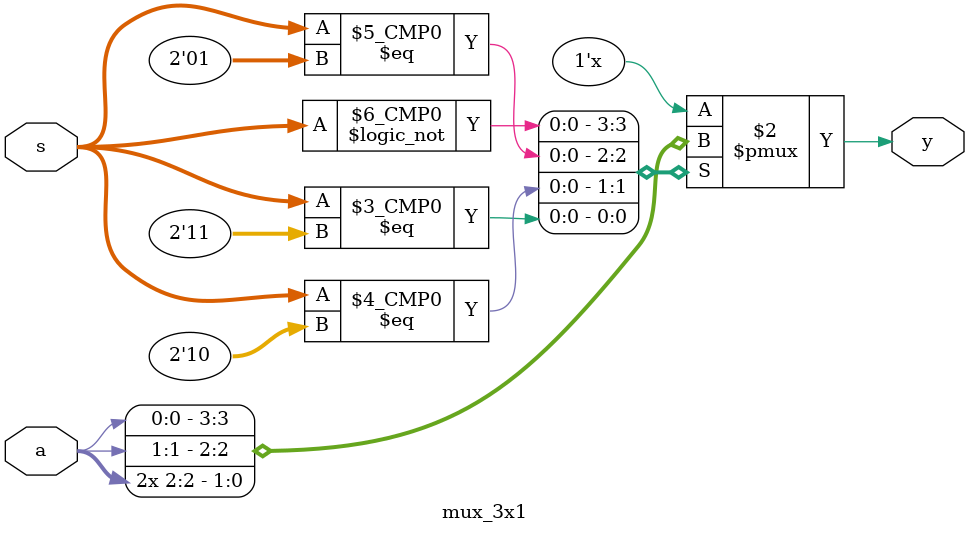
<source format=v>
`timescale 1ns / 1ps


module mux_3x1(a,s,y);
input wire [2:0]a;
input wire [1:0]s;
output reg y;
always@(*) begin
case(s)
 2'b00:y=a[0];
 2'b01:y=a[1];
 2'b10:y=a[2];
 2'b11:y=a[2];
 endcase
 end
 
endmodule

</source>
